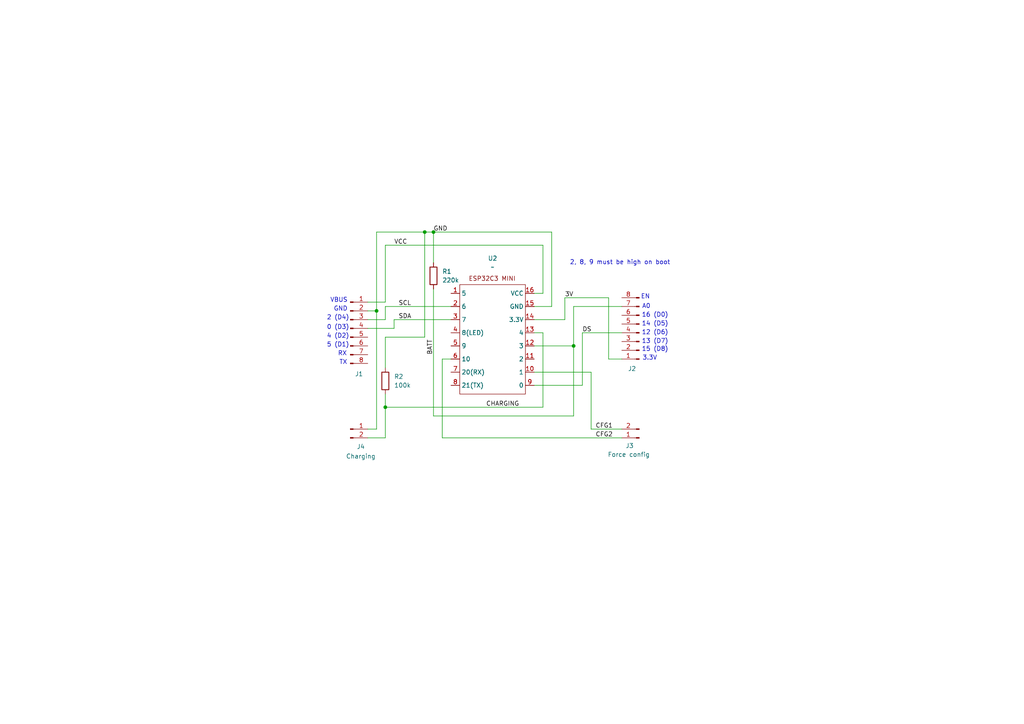
<source format=kicad_sch>
(kicad_sch (version 20250114) (generator "eeschema") (generator_version "9.0")
  (paper "A4")
  (lib_symbols
    (symbol "Connector:Conn_01x02_Pin" (pin_names (offset 1.016) (hide yes))
      (property "Reference" "J" (at 0 2.54 0))
      (property "Value" "Conn_01x02_Pin" (at 0 -5.08 0))
      (symbol "Conn_01x02_Pin_1_1"
        (rectangle (start 0.8636 0.127) (end 0 -0.127) (stroke (width 0.1524)) (fill (type outline)))
        (rectangle (start 0.8636 -2.413) (end 0 -2.667) (stroke (width 0.1524)) (fill (type outline)))
        (polyline (pts (xy 1.27 0) (xy 0.8636 0)) (stroke (width 0.1524)))
        (polyline (pts (xy 1.27 -2.54) (xy 0.8636 -2.54)) (stroke (width 0.1524)))
        (pin passive line (at 5.08 0 180) (length 3.81) (name "Pin_1") (number "1"))
        (pin passive line (at 5.08 -2.54 180) (length 3.81) (name "Pin_2") (number "2"))
      )
    )
    (symbol "Connector:Conn_01x08_Pin" (pin_names (offset 1.016) (hide yes))
      (property "Reference" "J" (at 0 10.16 0))
      (property "Value" "Conn_01x08_Pin" (at 0 -12.7 0))
      (symbol "Conn_01x08_Pin_1_1"
        (rectangle (start 0.8636 7.747) (end 0 7.493) (stroke (width 0.1524)) (fill (type outline)))
        (rectangle (start 0.8636 5.207) (end 0 4.953) (stroke (width 0.1524)) (fill (type outline)))
        (rectangle (start 0.8636 2.667) (end 0 2.413) (stroke (width 0.1524)) (fill (type outline)))
        (rectangle (start 0.8636 0.127) (end 0 -0.127) (stroke (width 0.1524)) (fill (type outline)))
        (rectangle (start 0.8636 -2.413) (end 0 -2.667) (stroke (width 0.1524)) (fill (type outline)))
        (rectangle (start 0.8636 -4.953) (end 0 -5.207) (stroke (width 0.1524)) (fill (type outline)))
        (rectangle (start 0.8636 -7.493) (end 0 -7.747) (stroke (width 0.1524)) (fill (type outline)))
        (rectangle (start 0.8636 -10.033) (end 0 -10.287) (stroke (width 0.1524)) (fill (type outline)))
        (polyline (pts (xy 1.27 7.62) (xy 0.8636 7.62)) (stroke (width 0.1524)))
        (polyline (pts (xy 1.27 5.08) (xy 0.8636 5.08)) (stroke (width 0.1524)))
        (polyline (pts (xy 1.27 2.54) (xy 0.8636 2.54)) (stroke (width 0.1524)))
        (polyline (pts (xy 1.27 0) (xy 0.8636 0)) (stroke (width 0.1524)))
        (polyline (pts (xy 1.27 -2.54) (xy 0.8636 -2.54)) (stroke (width 0.1524)))
        (polyline (pts (xy 1.27 -5.08) (xy 0.8636 -5.08)) (stroke (width 0.1524)))
        (polyline (pts (xy 1.27 -7.62) (xy 0.8636 -7.62)) (stroke (width 0.1524)))
        (polyline (pts (xy 1.27 -10.16) (xy 0.8636 -10.16)) (stroke (width 0.1524)))
        (pin passive line (at 5.08 7.62 180) (length 3.81) (name "Pin_1") (number "1"))
        (pin passive line (at 5.08 5.08 180) (length 3.81) (name "Pin_2") (number "2"))
        (pin passive line (at 5.08 2.54 180) (length 3.81) (name "Pin_3") (number "3"))
        (pin passive line (at 5.08 0 180) (length 3.81) (name "Pin_4") (number "4"))
        (pin passive line (at 5.08 -2.54 180) (length 3.81) (name "Pin_5") (number "5"))
        (pin passive line (at 5.08 -5.08 180) (length 3.81) (name "Pin_6") (number "6"))
        (pin passive line (at 5.08 -7.62 180) (length 3.81) (name "Pin_7") (number "7"))
        (pin passive line (at 5.08 -10.16 180) (length 3.81) (name "Pin_8") (number "8"))
      )
    )
    (symbol "Device:R" (pin_numbers (hide yes)) (pin_names (offset 0))
      (property "Reference" "R" (at 2.032 0 90))
      (property "Value" "R" (at 0 0 90))
      (symbol "R_0_1"
        (rectangle (start -1.016 -2.54) (end 1.016 2.54) (stroke (width 0.254)))
      )
      (symbol "R_1_1"
        (pin passive line (at 0 3.81 270) (length 1.27) (name "~") (number "1"))
        (pin passive line (at 0 -3.81 90) (length 1.27) (name "~") (number "2"))
      )
    )
    (symbol "magnus:tenstar-esp32c3-mini"
      (property "Reference" "U1" (at 5.334 24.892 0))
      (property "Value" "~" (at 5.715 20.32 0))
      (symbol "tenstar-esp32c3-mini_0_1"
        (rectangle (start -3.81 20.32) (end 15.24 -11.43))
      )
      (symbol "tenstar-esp32c3-mini_1_1"
        (text "ESP32C3 MINI" (at 5.588 22.098 0) (effects (font (size 1.27 1.27))))
        (pin bidirectional line (at -6.35 17.78 0) (length 2.54) (name "5") (number "1"))
        (pin bidirectional line (at -6.35 13.97 0) (length 2.54) (name "6") (number "2"))
        (pin bidirectional line (at -6.35 10.16 0) (length 2.54) (name "7") (number "3"))
        (pin bidirectional line (at -6.35 6.35 0) (length 2.54) (name "8(LED)") (number "4"))
        (pin bidirectional line (at -6.35 2.54 0) (length 2.54) (name "9") (number "5"))
        (pin bidirectional line (at -6.35 -1.27 0) (length 2.54) (name "10") (number "6"))
        (pin bidirectional line (at -6.35 -5.08 0) (length 2.54) (name "20(RX)") (number "7"))
        (pin bidirectional line (at -6.35 -8.89 0) (length 2.54) (name "21(TX)") (number "8"))
        (pin power_in line (at 17.78 17.78 180) (length 2.54) (name "VCC") (number "16"))
        (pin power_in line (at 17.78 13.97 180) (length 2.54) (name "GND") (number "15"))
        (pin power_in line (at 17.78 10.16 180) (length 2.54) (name "3.3V") (number "14"))
        (pin bidirectional line (at 17.78 6.35 180) (length 2.54) (name "4") (number "13"))
        (pin bidirectional line (at 17.78 2.54 180) (length 2.54) (name "3") (number "12"))
        (pin bidirectional line (at 17.78 -1.27 180) (length 2.54) (name "2") (number "11"))
        (pin bidirectional line (at 17.78 -5.08 180) (length 2.54) (name "1") (number "10"))
        (pin bidirectional line (at 17.78 -8.89 180) (length 2.54) (name "0") (number "9"))
      )
    )
  )
  (text "GND" (at 98.806 89.662 0) (effects (font (size 1.27 1.27))))
  (text "5 (D1)" (at 98.044 100.076 0) (effects (font (size 1.27 1.27))))
  (text "RX" (at 99.314 102.616 0) (effects (font (size 1.27 1.27))))
  (text "14 (D5)" (at 189.992 93.98 0) (effects (font (size 1.27 1.27))))
  (text "12 (D6)\n" (at 189.992 96.52 0) (effects (font (size 1.27 1.27))))
  (text "2 (D4)" (at 98.044 92.202 0) (effects (font (size 1.27 1.27))))
  (text "0 (D3)" (at 98.044 94.996 0) (effects (font (size 1.27 1.27))))
  (text "3.3V" (at 188.468 103.886 0) (effects (font (size 1.27 1.27))))
  (text "13 (D7)" (at 189.992 99.06 0) (effects (font (size 1.27 1.27))))
  (text "4 (D2)" (at 98.044 97.536 0) (effects (font (size 1.27 1.27))))
  (text "TX" (at 99.568 105.156 0) (effects (font (size 1.27 1.27))))
  (text "2, 8, 9 must be high on boot" (at 179.832 76.2 0) (effects (font (size 1.27 1.27))))
  (text "VBUS\n" (at 98.298 87.122 0) (effects (font (size 1.27 1.27))))
  (text "15 (D8)" (at 189.992 101.346 0) (effects (font (size 1.27 1.27))))
  (text "16 (D0)" (at 189.992 91.44 0) (effects (font (size 1.27 1.27))))
  (text "A0" (at 187.452 88.9 0) (effects (font (size 1.27 1.27))))
  (text "EN" (at 187.198 86.106 0) (effects (font (size 1.27 1.27))))
  (junction (at 125.73 67.31))
  (junction (at 111.76 118.11))
  (junction (at 166.37 100.33))
  (junction (at 109.22 90.17))
  (junction (at 123.19 67.31))
  (wire (pts (xy 157.48 71.12) (xy 157.48 85.09)))
  (wire (pts (xy 160.02 88.9) (xy 160.02 67.31)))
  (wire (pts (xy 111.76 118.11) (xy 111.76 127)))
  (wire (pts (xy 109.22 90.17) (xy 106.68 90.17)))
  (wire (pts (xy 111.76 88.9) (xy 130.81 88.9)))
  (wire (pts (xy 111.76 114.3) (xy 111.76 118.11)))
  (wire (pts (xy 111.76 106.68) (xy 111.76 97.79)))
  (wire (pts (xy 168.91 111.76) (xy 168.91 96.52)))
  (wire (pts (xy 111.76 92.71) (xy 106.68 92.71)))
  (wire (pts (xy 109.22 67.31) (xy 109.22 90.17)))
  (wire (pts (xy 111.76 87.63) (xy 106.68 87.63)))
  (wire (pts (xy 106.68 127) (xy 111.76 127)))
  (wire (pts (xy 171.45 124.46) (xy 180.34 124.46)))
  (wire (pts (xy 166.37 88.9) (xy 180.34 88.9)))
  (wire (pts (xy 128.27 104.14) (xy 130.81 104.14)))
  (wire (pts (xy 168.91 96.52) (xy 180.34 96.52)))
  (wire (pts (xy 154.94 92.71) (xy 163.83 92.71)))
  (wire (pts (xy 166.37 88.9) (xy 166.37 100.33)))
  (wire (pts (xy 106.68 124.46) (xy 109.22 124.46)))
  (wire (pts (xy 154.94 107.95) (xy 171.45 107.95)))
  (wire (pts (xy 160.02 67.31) (xy 125.73 67.31)))
  (wire (pts (xy 154.94 100.33) (xy 166.37 100.33)))
  (wire (pts (xy 111.76 92.71) (xy 111.76 88.9)))
  (wire (pts (xy 166.37 100.33) (xy 166.37 120.65)))
  (wire (pts (xy 125.73 83.82) (xy 125.73 120.65)))
  (wire (pts (xy 128.27 127) (xy 180.34 127)))
  (wire (pts (xy 111.76 71.12) (xy 157.48 71.12)))
  (wire (pts (xy 111.76 97.79) (xy 123.19 97.79)))
  (wire (pts (xy 171.45 107.95) (xy 171.45 124.46)))
  (wire (pts (xy 109.22 67.31) (xy 123.19 67.31)))
  (wire (pts (xy 166.37 120.65) (xy 125.73 120.65)))
  (wire (pts (xy 111.76 71.12) (xy 111.76 87.63)))
  (wire (pts (xy 123.19 67.31) (xy 125.73 67.31)))
  (wire (pts (xy 163.83 86.36) (xy 176.53 86.36)))
  (wire (pts (xy 114.3 92.71) (xy 114.3 95.25)))
  (wire (pts (xy 125.73 67.31) (xy 125.73 76.2)))
  (wire (pts (xy 176.53 104.14) (xy 176.53 86.36)))
  (wire (pts (xy 154.94 111.76) (xy 168.91 111.76)))
  (wire (pts (xy 123.19 97.79) (xy 123.19 67.31)))
  (wire (pts (xy 157.48 85.09) (xy 154.94 85.09)))
  (wire (pts (xy 128.27 127) (xy 128.27 104.14)))
  (wire (pts (xy 157.48 118.11) (xy 157.48 96.52)))
  (wire (pts (xy 180.34 104.14) (xy 176.53 104.14)))
  (wire (pts (xy 154.94 88.9) (xy 160.02 88.9)))
  (wire (pts (xy 163.83 86.36) (xy 163.83 92.71)))
  (wire (pts (xy 106.68 95.25) (xy 114.3 95.25)))
  (wire (pts (xy 111.76 118.11) (xy 157.48 118.11)))
  (wire (pts (xy 130.81 92.71) (xy 114.3 92.71)))
  (wire (pts (xy 109.22 90.17) (xy 109.22 124.46)))
  (wire (pts (xy 157.48 96.52) (xy 154.94 96.52)))
  (label "CHARGING" (at 140.97 118.11 0))
  (label "CFG2" (at 172.72 127 0))
  (label "3V" (at 163.83 86.36 0))
  (label "SDA" (at 115.57 92.71 0))
  (label "CFG1" (at 172.72 124.46 0))
  (label "DS" (at 168.91 96.52 0))
  (label "SCL" (at 115.57 88.9 0))
  (label "BATT" (at 125.73 102.87 90))
  (label "GND" (at 125.73 67.31 0))
  (label "VCC" (at 114.3 71.12 0))
  (symbol (lib_id "Device:R") (at 125.73 80.01 0) (unit 1)
    (property "Reference" "R1" (at 128.27 78.7399 0) (effects (justify left)))
    (property "Value" "220k" (at 128.27 81.2799 0) (effects (justify left)))
    (property "Footprint" "Resistor_THT:R_Axial_DIN0204_L3.6mm_D1.6mm_P5.08mm_Horizontal" (effects (hide yes)))
    (property "Description" "Resistor" (effects (hide yes)))
  )
  (symbol (lib_id "Connector:Conn_01x08_Pin") (at 185.42 96.52 180) (unit 1)
    (property "Reference" "J2" (at 182.118 106.934 0) (effects (justify right)))
    (property "Value" "Conn_01x08_Pin" (effects (hide yes)))
    (property "Footprint" "Connector_PinHeader_2.54mm:PinHeader_1x08_P2.54mm_Vertical" (effects (hide yes)))
    (property "Description" "Generic connector, single row, 01x08, script generated" (effects (hide yes)))
  )
  (symbol (lib_id "magnus:tenstar-esp32c3-mini") (at 137.16 102.87 0) (unit 1)
    (property "Reference" "U2" (at 142.875 74.93 0))
    (property "Value" "~" (at 142.875 77.47 0))
    (property "Footprint" "magnus:tenstar-esp32c3-mini" (effects (hide yes)))
  )
  (symbol (lib_id "Connector:Conn_01x08_Pin") (at 101.6 95.25 0) (unit 1)
    (property "Reference" "J1" (at 104.14 108.458 0))
    (property "Value" "Conn_01x08_Pin" (effects (hide yes)))
    (property "Footprint" "Connector_PinHeader_2.54mm:PinHeader_1x08_P2.54mm_Vertical" (effects (hide yes)))
    (property "Description" "Generic connector, single row, 01x08, script generated" (effects (hide yes)))
  )
  (symbol (lib_id "Device:R") (at 111.76 110.49 0) (unit 1)
    (property "Reference" "R2" (at 114.3 109.2199 0) (effects (justify left)))
    (property "Value" "100k" (at 114.3 111.7599 0) (effects (justify left)))
    (property "Footprint" "Resistor_THT:R_Axial_DIN0204_L3.6mm_D1.6mm_P5.08mm_Horizontal" (effects (hide yes)))
    (property "Description" "Resistor" (effects (hide yes)))
  )
  (symbol (lib_id "Connector:Conn_01x02_Pin") (at 185.42 127 180) (unit 1)
    (property "Reference" "J3" (at 182.626 129.286 0))
    (property "Value" "Force config" (at 182.372 131.826 0))
    (property "Footprint" "Connector_PinHeader_2.54mm:PinHeader_1x02_P2.54mm_Vertical" (effects (hide yes)))
    (property "Description" "Generic connector, single row, 01x02, script generated" (effects (hide yes)))
  )
  (symbol (lib_id "Connector:Conn_01x02_Pin") (at 101.6 124.46 0) (unit 1)
    (property "Reference" "J4" (at 104.648 129.54 0))
    (property "Value" "Charging" (at 104.648 132.334 0))
    (property "Footprint" "Connector_PinHeader_2.54mm:PinHeader_1x02_P2.54mm_Vertical" (effects (hide yes)))
    (property "Description" "Generic connector, single row, 01x02, script generated" (effects (hide yes)))
  )
)
</source>
